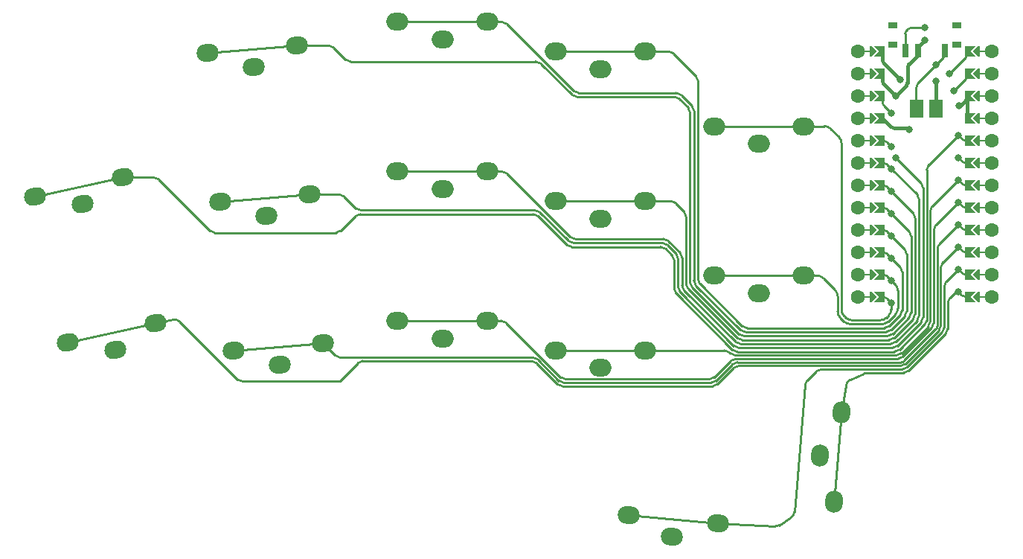
<source format=gbr>
G04 #@! TF.GenerationSoftware,KiCad,Pcbnew,6.0.0-d3dd2cf0fa~116~ubuntu20.04.1*
G04 #@! TF.CreationDate,2022-01-05T21:32:04-05:00*
G04 #@! TF.ProjectId,30,33302e6b-6963-4616-945f-706362585858,0.1*
G04 #@! TF.SameCoordinates,Original*
G04 #@! TF.FileFunction,Copper,L1,Top*
G04 #@! TF.FilePolarity,Positive*
%FSLAX46Y46*%
G04 Gerber Fmt 4.6, Leading zero omitted, Abs format (unit mm)*
G04 Created by KiCad (PCBNEW 6.0.0-d3dd2cf0fa~116~ubuntu20.04.1) date 2022-01-05 21:32:04*
%MOMM*%
%LPD*%
G01*
G04 APERTURE LIST*
G04 Aperture macros list*
%AMHorizOval*
0 Thick line with rounded ends*
0 $1 width*
0 $2 $3 position (X,Y) of the first rounded end (center of the circle)*
0 $4 $5 position (X,Y) of the second rounded end (center of the circle)*
0 Add line between two ends*
20,1,$1,$2,$3,$4,$5,0*
0 Add two circle primitives to create the rounded ends*
1,1,$1,$2,$3*
1,1,$1,$4,$5*%
%AMFreePoly0*
4,1,6,0.600000,0.200000,0.000000,-0.400000,-0.600000,0.200000,-0.600000,0.400000,0.600000,0.400000,0.600000,0.200000,0.600000,0.200000,$1*%
%AMFreePoly1*
4,1,5,0.125000,-0.500000,-0.125000,-0.500000,-0.125000,0.500000,0.125000,0.500000,0.125000,-0.500000,0.125000,-0.500000,$1*%
%AMFreePoly2*
4,1,6,0.600000,-0.250000,-0.600000,-0.250000,-0.600000,1.000000,0.000000,0.400000,0.600000,1.000000,0.600000,-0.250000,0.600000,-0.250000,$1*%
G04 Aperture macros list end*
G04 #@! TA.AperFunction,ComponentPad*
%ADD10HorizOval,2.000000X0.244074X0.054110X-0.244074X-0.054110X0*%
G04 #@! TD*
G04 #@! TA.AperFunction,ComponentPad*
%ADD11HorizOval,2.000000X0.249049X0.021789X-0.249049X-0.021789X0*%
G04 #@! TD*
G04 #@! TA.AperFunction,ComponentPad*
%ADD12O,2.500000X2.000000*%
G04 #@! TD*
G04 #@! TA.AperFunction,ComponentPad*
%ADD13HorizOval,2.000000X0.249049X-0.021789X-0.249049X0.021789X0*%
G04 #@! TD*
G04 #@! TA.AperFunction,ComponentPad*
%ADD14HorizOval,2.000000X-0.021789X-0.249049X0.021789X0.249049X0*%
G04 #@! TD*
G04 #@! TA.AperFunction,SMDPad,CuDef*
%ADD15R,1.500000X2.100000*%
G04 #@! TD*
G04 #@! TA.AperFunction,ComponentPad*
%ADD16C,1.600000*%
G04 #@! TD*
G04 #@! TA.AperFunction,SMDPad,CuDef*
%ADD17FreePoly0,90.000000*%
G04 #@! TD*
G04 #@! TA.AperFunction,SMDPad,CuDef*
%ADD18FreePoly0,270.000000*%
G04 #@! TD*
G04 #@! TA.AperFunction,SMDPad,CuDef*
%ADD19FreePoly1,270.000000*%
G04 #@! TD*
G04 #@! TA.AperFunction,SMDPad,CuDef*
%ADD20FreePoly1,90.000000*%
G04 #@! TD*
G04 #@! TA.AperFunction,SMDPad,CuDef*
%ADD21FreePoly2,270.000000*%
G04 #@! TD*
G04 #@! TA.AperFunction,SMDPad,CuDef*
%ADD22FreePoly2,90.000000*%
G04 #@! TD*
G04 #@! TA.AperFunction,SMDPad,CuDef*
%ADD23R,1.000000X0.800000*%
G04 #@! TD*
G04 #@! TA.AperFunction,SMDPad,CuDef*
%ADD24R,0.700000X1.500000*%
G04 #@! TD*
G04 #@! TA.AperFunction,ViaPad*
%ADD25C,0.800000*%
G04 #@! TD*
G04 #@! TA.AperFunction,Conductor*
%ADD26C,0.250000*%
G04 #@! TD*
G04 #@! TA.AperFunction,Conductor*
%ADD27C,0.400000*%
G04 #@! TD*
G04 APERTURE END LIST*
D10*
X32909586Y-80835124D03*
X42867805Y-78627440D03*
X38321575Y-81683874D03*
D11*
X52498174Y-64520239D03*
X62659360Y-63631250D03*
X57753079Y-66068134D03*
D12*
X74144393Y-60958851D03*
X84344393Y-60958851D03*
X79244393Y-62958851D03*
X102333086Y-64327567D03*
X92133086Y-64327567D03*
X97233086Y-66327567D03*
X120333089Y-72827570D03*
X110133089Y-72827570D03*
X115233089Y-74827570D03*
D10*
X36589062Y-97432150D03*
X46547281Y-95224466D03*
X42001051Y-98280900D03*
D11*
X64141002Y-80566566D03*
X53979816Y-81455555D03*
X59234721Y-83003450D03*
D12*
X74144389Y-77958851D03*
X84344389Y-77958851D03*
X79244389Y-79958851D03*
X102333093Y-81327564D03*
X92133093Y-81327564D03*
X97233093Y-83327564D03*
X110133093Y-89827569D03*
X120333093Y-89827569D03*
X115233093Y-91827569D03*
D11*
X55461464Y-98390863D03*
X65622650Y-97501874D03*
X60716369Y-99938758D03*
D12*
X74144382Y-94958862D03*
X84344382Y-94958862D03*
X79244382Y-96958862D03*
X92133093Y-98327566D03*
X102333093Y-98327566D03*
X97233093Y-100327566D03*
D13*
X110564550Y-117975832D03*
X100403364Y-117086843D03*
X105309645Y-119523727D03*
D14*
X122220681Y-110312378D03*
X124657565Y-105406097D03*
X123768576Y-115567283D03*
D15*
X135423000Y-70866000D03*
X133223000Y-70866000D03*
D16*
X126519009Y-64334446D03*
X141759009Y-74494446D03*
D17*
X128297009Y-71954446D03*
D18*
X139981009Y-82114446D03*
D16*
X141759009Y-69414446D03*
X126519009Y-71954446D03*
X126519009Y-77034446D03*
D17*
X128297009Y-87194446D03*
D19*
X140489009Y-71954446D03*
D17*
X128297009Y-92274446D03*
D16*
X141759009Y-79574446D03*
D17*
X128297009Y-84654446D03*
D16*
X141759009Y-92274446D03*
D19*
X140489009Y-77034446D03*
D18*
X139981009Y-87194446D03*
D17*
X128297009Y-77034446D03*
X128297009Y-79574446D03*
D16*
X126519009Y-66874446D03*
D19*
X140489009Y-69414446D03*
D16*
X141759009Y-84654446D03*
D19*
X140489009Y-87194446D03*
D17*
X128297009Y-64334446D03*
D16*
X141759009Y-77034446D03*
D19*
X140489009Y-82114446D03*
D20*
X127789009Y-89734446D03*
D16*
X141759009Y-64334446D03*
D17*
X128297009Y-66874446D03*
X128297009Y-89734446D03*
D18*
X139981009Y-89734446D03*
D20*
X127789009Y-69414446D03*
D16*
X141759009Y-82114446D03*
D19*
X140489009Y-89734446D03*
X140489009Y-79574446D03*
D16*
X141759009Y-71954446D03*
D19*
X140489009Y-84654446D03*
D16*
X126519009Y-69414446D03*
D20*
X127789009Y-74494446D03*
D17*
X128297009Y-74494446D03*
D18*
X139981009Y-79574446D03*
D16*
X126519009Y-89734446D03*
X126519009Y-79574446D03*
D17*
X128297009Y-69414446D03*
D19*
X140489009Y-92274446D03*
D20*
X127789009Y-66874446D03*
X127789009Y-87194446D03*
D16*
X126519009Y-87194446D03*
D18*
X139981009Y-74494446D03*
D20*
X127789009Y-84654446D03*
X127789009Y-77034446D03*
D19*
X140489009Y-74494446D03*
D16*
X141759009Y-66874446D03*
D20*
X127789009Y-64334446D03*
D18*
X139981009Y-69414446D03*
D20*
X127789009Y-79574446D03*
X127789009Y-71954446D03*
X127789009Y-82114446D03*
D16*
X126519009Y-74494446D03*
D18*
X139981009Y-71954446D03*
D16*
X126519009Y-84654446D03*
D18*
X139981009Y-66874446D03*
D19*
X140489009Y-66874446D03*
D16*
X126519009Y-92274446D03*
D18*
X139981009Y-64334446D03*
D16*
X126519009Y-82114446D03*
D19*
X140489009Y-64334446D03*
D18*
X139981009Y-84654446D03*
D16*
X141759009Y-89734446D03*
D18*
X139981009Y-92274446D03*
D17*
X128297009Y-82114446D03*
D18*
X139981009Y-77034446D03*
D20*
X127789009Y-92274446D03*
D16*
X141759009Y-87194446D03*
D21*
X138965009Y-64334446D03*
X138965009Y-66874446D03*
X138965009Y-69414446D03*
X138965009Y-71954446D03*
X138965009Y-74494446D03*
X138965009Y-77034446D03*
X138965009Y-79574446D03*
X138965009Y-82114446D03*
X138965009Y-84654446D03*
X138965009Y-87194446D03*
X138965009Y-89734446D03*
X138965009Y-92274446D03*
D22*
X129313009Y-92274446D03*
X129313009Y-89734446D03*
X129313009Y-87194446D03*
X129313009Y-84654446D03*
X129313009Y-82114446D03*
X129313009Y-79574446D03*
X129313009Y-77034446D03*
X129313009Y-74494446D03*
X129313009Y-71954446D03*
X129313009Y-69414446D03*
X129313009Y-66874446D03*
X129313009Y-64334446D03*
D23*
X130497486Y-63541256D03*
X137797486Y-61341256D03*
X137797486Y-63541256D03*
X130497486Y-61341256D03*
D24*
X136397486Y-64191256D03*
X133397486Y-64191256D03*
X131897486Y-64191256D03*
D25*
X134147489Y-61641258D03*
X137965009Y-73859446D03*
X130313007Y-82749441D03*
X130313009Y-85289444D03*
X130313007Y-87829443D03*
X130313005Y-92909447D03*
X137965007Y-86559444D03*
X137965009Y-76399444D03*
X130813009Y-76399446D03*
X130313006Y-77669446D03*
X130313007Y-80209443D03*
X130313008Y-90369445D03*
X137965005Y-84019446D03*
X137965011Y-81479447D03*
X137965007Y-78939446D03*
X137965007Y-89099443D03*
X137922000Y-91694000D03*
X130313008Y-71319445D03*
X137465008Y-68779446D03*
X136965009Y-66874444D03*
X130813008Y-69414444D03*
X138023600Y-70459600D03*
X134147491Y-63041258D03*
X132313009Y-73224443D03*
X133153388Y-70866000D03*
X135419174Y-65864289D03*
X135423001Y-70866001D03*
X135382000Y-67691000D03*
X131313008Y-67509445D03*
X130313007Y-75129443D03*
D26*
X125185656Y-102328647D02*
X124657565Y-105406097D01*
X120498487Y-102272702D02*
X119285317Y-116709426D01*
X131564493Y-100488160D02*
X122347211Y-100488160D01*
X136116765Y-96267259D02*
X132130178Y-100253846D01*
X136351081Y-91044740D02*
X136351080Y-95701573D01*
X117079459Y-118347643D02*
G75*
G03*
X117571854Y-118214763I48633J798525D01*
G01*
X118931887Y-117308074D02*
G75*
G03*
X119285316Y-116709426I-443758J665638D01*
G01*
X120498487Y-102272702D02*
G75*
G02*
X120729992Y-101774008I797195J-66994D01*
G01*
X121781525Y-100722475D02*
X120729992Y-101774008D01*
X121781525Y-100722475D02*
G75*
G02*
X122347211Y-100488160I565689J-565692D01*
G01*
X131564493Y-100488160D02*
G75*
G03*
X132130178Y-100253846I0J800000D01*
G01*
X137965007Y-89099443D02*
X136585395Y-90479055D01*
X118931887Y-117308075D02*
X117571854Y-118214764D01*
X136116765Y-96267259D02*
G75*
G03*
X136351080Y-95701573I-565680J565684D01*
G01*
X136351081Y-91044740D02*
G75*
G02*
X136585395Y-90479055I800000J0D01*
G01*
X117079459Y-118347644D02*
X110564550Y-117975832D01*
X110564550Y-117975832D02*
X100403364Y-117086843D01*
X123768576Y-115567283D02*
X124657565Y-105406097D01*
X137922000Y-91694000D02*
X137668000Y-91694000D01*
X137668000Y-91694000D02*
X136984915Y-92377085D01*
X136750601Y-92942770D02*
X136750601Y-95867058D01*
X136750601Y-95867058D02*
G75*
G02*
X136516286Y-96432744I-799995J-2D01*
G01*
X136750601Y-92942770D02*
G75*
G02*
X136984915Y-92377085I800000J0D01*
G01*
X131729979Y-100887680D02*
G75*
G03*
X132295664Y-100653366I0J800000D01*
G01*
X127225044Y-100957482D02*
G75*
G02*
X127551864Y-100887680I326820J-730202D01*
G01*
X131729979Y-100887680D02*
X127551864Y-100887680D01*
X125185657Y-102328647D02*
G75*
G02*
X125656501Y-101659528I797663J-61077D01*
G01*
X136516286Y-96432744D02*
X132295664Y-100653366D01*
X127225044Y-100957482D02*
X125656501Y-101659527D01*
X131897489Y-62318221D02*
X131897489Y-64191257D01*
X132220901Y-61787703D02*
X132043936Y-61964667D01*
X134147489Y-61641258D02*
X132574454Y-61641257D01*
X132043936Y-61964667D02*
G75*
G03*
X131897489Y-62318221I353550J-353553D01*
G01*
X132220901Y-61787703D02*
G75*
G02*
X132574454Y-61641257I353553J-353556D01*
G01*
X134151765Y-95317575D02*
X131213094Y-98256246D01*
X46342869Y-78627440D02*
X42867805Y-78627440D01*
X67131029Y-84937600D02*
X53315771Y-84937600D01*
X69330906Y-83069094D02*
X67696714Y-84703286D01*
X105374165Y-87518683D02*
X104637636Y-86782154D01*
X93373290Y-86313525D02*
X90128858Y-83069093D01*
X42867805Y-78627440D02*
X32909586Y-80835124D01*
X130647409Y-98490560D02*
X112787629Y-98490560D01*
X52750085Y-84703285D02*
X46908554Y-78861754D01*
X138453559Y-74347997D02*
X137965009Y-73859446D01*
X89563173Y-82834779D02*
X69896592Y-82834779D01*
X104071951Y-86547840D02*
X93938976Y-86547840D01*
X138965009Y-74494444D02*
X138807113Y-74494444D01*
X137965009Y-73859446D02*
X134587798Y-77236657D01*
X112221943Y-98256245D02*
X105842794Y-91877096D01*
X105608480Y-91311411D02*
X105608480Y-88084369D01*
X134353484Y-77802342D02*
X134353484Y-94984679D01*
X134151764Y-95317574D02*
G75*
G03*
X134353483Y-94984679I-592386J586521D01*
G01*
X105608480Y-91311411D02*
G75*
G03*
X105842794Y-91877096I800000J0D01*
G01*
X89563173Y-82834779D02*
G75*
G02*
X90128858Y-83069093I0J-800000D01*
G01*
X46342869Y-78627440D02*
G75*
G02*
X46908554Y-78861754I0J-800000D01*
G01*
X93373290Y-86313525D02*
G75*
G03*
X93938976Y-86547840I565684J565680D01*
G01*
X67131029Y-84937600D02*
G75*
G03*
X67696714Y-84703286I0J800000D01*
G01*
X130647409Y-98490560D02*
G75*
G03*
X131213094Y-98256246I0J800000D01*
G01*
X104071951Y-86547840D02*
G75*
G02*
X104637636Y-86782154I0J-800000D01*
G01*
X138453559Y-74347997D02*
G75*
G03*
X138807113Y-74494444I353553J353550D01*
G01*
X105374165Y-87518683D02*
G75*
G02*
X105608480Y-88084369I-565692J-565689D01*
G01*
X69330906Y-83069094D02*
G75*
G02*
X69896592Y-82834779I565689J-565692D01*
G01*
X134353484Y-77802342D02*
G75*
G02*
X134587798Y-77236657I800000J0D01*
G01*
X52750085Y-84703285D02*
G75*
G03*
X53315771Y-84937600I565684J565680D01*
G01*
X112221943Y-98256245D02*
G75*
G03*
X112787629Y-98490560I565684J565680D01*
G01*
X129313008Y-82114446D02*
X129470904Y-82114446D01*
X129824459Y-82260893D02*
X130313007Y-82749441D01*
X132353685Y-94572785D02*
X130468304Y-96458166D01*
X68193285Y-65246885D02*
X66811964Y-63865564D01*
X107172245Y-70673163D02*
X106220116Y-69721034D01*
X107406560Y-90566623D02*
X107406560Y-71238849D01*
X129902619Y-96692480D02*
X113532417Y-96692480D01*
X66246279Y-63631250D02*
X62659360Y-63631250D01*
X89863311Y-65481200D02*
X68758971Y-65481200D01*
X112966731Y-96458165D02*
X107640874Y-91132308D01*
X132588000Y-85355805D02*
X132588000Y-94007099D01*
X93965887Y-69252405D02*
X90428996Y-65715514D01*
X62659360Y-63631250D02*
X52498174Y-64520239D01*
X105654431Y-69486720D02*
X94531573Y-69486720D01*
X130313007Y-82749441D02*
X132353686Y-84790120D01*
X68193285Y-65246885D02*
G75*
G03*
X68758971Y-65481200I565689J565692D01*
G01*
X105654431Y-69486720D02*
G75*
G02*
X106220116Y-69721034I0J-800000D01*
G01*
X132588000Y-94007099D02*
G75*
G02*
X132353685Y-94572785I-799995J-2D01*
G01*
X93965887Y-69252405D02*
G75*
G03*
X94531573Y-69486720I565689J565692D01*
G01*
X90428996Y-65715514D02*
G75*
G03*
X89863311Y-65481200I-565685J-565686D01*
G01*
X66811964Y-63865564D02*
G75*
G03*
X66246279Y-63631250I-565685J-565686D01*
G01*
X132588000Y-85355805D02*
G75*
G03*
X132353686Y-84790120I-800000J0D01*
G01*
X129824459Y-82260893D02*
G75*
G03*
X129470904Y-82114446I-353553J-353550D01*
G01*
X129902619Y-96692480D02*
G75*
G03*
X130468304Y-96458166I0J800000D01*
G01*
X107640874Y-91132308D02*
G75*
G02*
X107406560Y-90566623I565686J565685D01*
G01*
X112966731Y-96458165D02*
G75*
G03*
X113532417Y-96692480I565689J565692D01*
G01*
X107172245Y-70673163D02*
G75*
G02*
X107406560Y-71238849I-565692J-565689D01*
G01*
X107856080Y-90380426D02*
X107856080Y-71052651D01*
X94152085Y-68802885D02*
X86542365Y-61193165D01*
X131845685Y-94445067D02*
X130282106Y-96008646D01*
X129716421Y-96242960D02*
X113718614Y-96242960D01*
X107621765Y-70486965D02*
X106406314Y-69271514D01*
X130313009Y-85289444D02*
X131845686Y-86822121D01*
X129824454Y-84800891D02*
X130313009Y-85289444D01*
X85976680Y-60958851D02*
X84344393Y-60958851D01*
X105840629Y-69037200D02*
X94717771Y-69037200D01*
X84344393Y-60958851D02*
X74144393Y-60958851D01*
X132080000Y-87387806D02*
X132080000Y-93879381D01*
X113152928Y-96008645D02*
X108090394Y-90946111D01*
X129313008Y-84654447D02*
X129470896Y-84654445D01*
X113718614Y-96242960D02*
G75*
G02*
X113152928Y-96008645I-2J799995D01*
G01*
X129824454Y-84800891D02*
G75*
G03*
X129470896Y-84654445I-353553J-353554D01*
G01*
X131845686Y-86822121D02*
G75*
G02*
X132080000Y-87387806I-565686J-565685D01*
G01*
X132080000Y-93879381D02*
G75*
G02*
X131845685Y-94445067I-799995J-2D01*
G01*
X106406314Y-69271514D02*
G75*
G03*
X105840629Y-69037200I-565685J-565686D01*
G01*
X86542365Y-61193165D02*
G75*
G03*
X85976680Y-60958851I-565685J-565686D01*
G01*
X129716421Y-96242960D02*
G75*
G03*
X130282106Y-96008646I0J800000D01*
G01*
X94152085Y-68802885D02*
G75*
G03*
X94717771Y-69037200I565689J565692D01*
G01*
X107856080Y-71052651D02*
G75*
G03*
X107621765Y-70486965I-799995J2D01*
G01*
X107856080Y-90380426D02*
G75*
G03*
X108090394Y-90946111I800000J0D01*
G01*
X113339125Y-95559125D02*
X108539914Y-90759914D01*
X108305600Y-90194229D02*
X108305600Y-67641371D01*
X104991796Y-64327567D02*
X102333086Y-64327567D01*
X131572000Y-89419807D02*
X131572000Y-93751664D01*
X130313007Y-87829443D02*
X131337686Y-88854122D01*
X129313007Y-87194443D02*
X129470902Y-87194443D01*
X129824454Y-87340890D02*
X130313007Y-87829443D01*
X131337685Y-94317350D02*
X130095909Y-95559126D01*
X92133086Y-64327566D02*
X102333090Y-64327569D01*
X108071285Y-67075685D02*
X105557481Y-64561881D01*
X129530224Y-95793440D02*
X113904811Y-95793440D01*
X108071285Y-67075685D02*
G75*
G02*
X108305600Y-67641371I-565692J-565689D01*
G01*
X105557481Y-64561881D02*
G75*
G03*
X104991796Y-64327567I-565685J-565686D01*
G01*
X113339125Y-95559125D02*
G75*
G03*
X113904811Y-95793440I565689J565692D01*
G01*
X131337685Y-94317350D02*
G75*
G03*
X131572000Y-93751664I-565692J565689D01*
G01*
X130095909Y-95559126D02*
G75*
G02*
X129530224Y-95793440I-565685J565686D01*
G01*
X108305600Y-90194229D02*
G75*
G03*
X108539914Y-90759914I800000J0D01*
G01*
X129824454Y-87340890D02*
G75*
G03*
X129470902Y-87194443I-353551J-353545D01*
G01*
X131337686Y-88854122D02*
G75*
G02*
X131572000Y-89419807I-565686J-565685D01*
G01*
X129824454Y-92420891D02*
X130313005Y-92909447D01*
X130313005Y-92909447D02*
X130313005Y-93656381D01*
X122705356Y-72827570D02*
X120333089Y-72827570D01*
X129313004Y-92274443D02*
X129470899Y-92274443D01*
X124663200Y-93718186D02*
X124663200Y-74785414D01*
X120333090Y-72827570D02*
X120333092Y-72827572D01*
X129074986Y-94894400D02*
X125839414Y-94894400D01*
X130020112Y-94363488D02*
X129782093Y-94601507D01*
X110133089Y-72827570D02*
X120333092Y-72827572D01*
X125132307Y-94601507D02*
X124956093Y-94425293D01*
X120333089Y-72827570D02*
X120333090Y-72827570D01*
X124370307Y-74078307D02*
X123412463Y-73120463D01*
X130313004Y-93656381D02*
G75*
G02*
X130020111Y-94363487I-999993J-3D01*
G01*
X124663201Y-93718186D02*
G75*
G03*
X124956094Y-94425292I999993J-3D01*
G01*
X129074986Y-94894399D02*
G75*
G03*
X129782092Y-94601506I3J999993D01*
G01*
X122705356Y-72827571D02*
G75*
G02*
X123412462Y-73120464I3J-999993D01*
G01*
X125839414Y-94894399D02*
G75*
G02*
X125132308Y-94601506I-3J999993D01*
G01*
X124663199Y-74785414D02*
G75*
G03*
X124370306Y-74078308I-999993J3D01*
G01*
X129470899Y-92274443D02*
G75*
G02*
X129824454Y-92420891I3J-499992D01*
G01*
X137965007Y-86559444D02*
X136185875Y-88338576D01*
X131399007Y-100088640D02*
X112954743Y-100088640D01*
X92348403Y-102184409D02*
X89932080Y-99768086D01*
X46547281Y-95224466D02*
X36589062Y-97432150D01*
X135951561Y-88904261D02*
X135951561Y-95536086D01*
X67564000Y-101854000D02*
X56465371Y-101854000D01*
X69615685Y-99768086D02*
X67564000Y-101819771D01*
X112389057Y-100322955D02*
X110527602Y-102184410D01*
X138453561Y-87048000D02*
X137965007Y-86559444D01*
X55899685Y-101619685D02*
X49322982Y-95042982D01*
X48604213Y-94823451D02*
X46547281Y-95224466D01*
X109961917Y-102418724D02*
X92914089Y-102418724D01*
X67564000Y-101819771D02*
X67564000Y-101854000D01*
X138965008Y-87194447D02*
X138807114Y-87194447D01*
X135717246Y-96101772D02*
X131964692Y-99854326D01*
X89366395Y-99533772D02*
X70181371Y-99533771D01*
X135951561Y-88904261D02*
G75*
G02*
X136185875Y-88338576I800000J0D01*
G01*
X69615685Y-99768086D02*
G75*
G02*
X70181371Y-99533771I565689J-565692D01*
G01*
X131399007Y-100088640D02*
G75*
G03*
X131964692Y-99854326I0J800000D01*
G01*
X49322982Y-95042982D02*
G75*
G03*
X48604213Y-94823451I-565686J-565688D01*
G01*
X92348403Y-102184409D02*
G75*
G03*
X92914089Y-102418724I565689J565692D01*
G01*
X110527602Y-102184410D02*
G75*
G02*
X109961917Y-102418724I-565685J565686D01*
G01*
X55899685Y-101619685D02*
G75*
G03*
X56465371Y-101854000I565689J565692D01*
G01*
X138453561Y-87048000D02*
G75*
G03*
X138807114Y-87194447I353555J353557D01*
G01*
X135717246Y-96101772D02*
G75*
G03*
X135951561Y-95536086I-565680J565684D01*
G01*
X89366395Y-99533772D02*
G75*
G02*
X89932080Y-99768086I0J-800000D01*
G01*
X112389057Y-100322955D02*
G75*
G02*
X112954743Y-100088640I565689J-565692D01*
G01*
X89749370Y-82385259D02*
X69915030Y-82385259D01*
X138453558Y-76887996D02*
X137965009Y-76399444D01*
X104258148Y-86098320D02*
X94125174Y-86098320D01*
X69349344Y-82150944D02*
X67999280Y-80800880D01*
X133936560Y-79854368D02*
X133936560Y-94565691D01*
X67433595Y-80566566D02*
X64141002Y-80566566D01*
X105823685Y-87332486D02*
X104823833Y-86332634D01*
X93559489Y-85864006D02*
X90315055Y-82619573D01*
X138965008Y-77034444D02*
X138807114Y-77034444D01*
X130461211Y-98041040D02*
X112973824Y-98041040D01*
X133702245Y-95131377D02*
X131026896Y-97806726D01*
X112408138Y-97806725D02*
X106292314Y-91690899D01*
X130813009Y-76399446D02*
X133702246Y-79288683D01*
X106058000Y-91125214D02*
X106058000Y-87898172D01*
X64141002Y-80566566D02*
X53979816Y-81455555D01*
X67433595Y-80566566D02*
G75*
G02*
X67999280Y-80800880I0J-800000D01*
G01*
X69915030Y-82385259D02*
G75*
G02*
X69349344Y-82150944I-2J799995D01*
G01*
X133936560Y-94565691D02*
G75*
G02*
X133702245Y-95131377I-799995J-2D01*
G01*
X133702246Y-79288683D02*
G75*
G02*
X133936560Y-79854368I-565686J-565685D01*
G01*
X130461211Y-98041040D02*
G75*
G03*
X131026896Y-97806726I0J800000D01*
G01*
X90315055Y-82619573D02*
G75*
G03*
X89749370Y-82385259I-565685J-565686D01*
G01*
X138453558Y-76887996D02*
G75*
G03*
X138807114Y-77034444I353554J353549D01*
G01*
X106292314Y-91690899D02*
G75*
G02*
X106058000Y-91125214I565686J565685D01*
G01*
X106058000Y-87898172D02*
G75*
G03*
X105823685Y-87332486I-799995J2D01*
G01*
X93559489Y-85864006D02*
G75*
G03*
X94125174Y-86098320I565685J565686D01*
G01*
X104258148Y-86098320D02*
G75*
G02*
X104823833Y-86332634I0J-800000D01*
G01*
X112973824Y-98041040D02*
G75*
G02*
X112408138Y-97806725I-2J799995D01*
G01*
X93745685Y-85414485D02*
X86524365Y-78193165D01*
X129313008Y-77034445D02*
X129470900Y-77034445D01*
X129824456Y-77180893D02*
X130313006Y-77669446D01*
X130313006Y-77669446D02*
X133252726Y-80609166D01*
X106273205Y-87212701D02*
X104943618Y-85883114D01*
X133487040Y-81174851D02*
X133487040Y-94379494D01*
X104377933Y-85648800D02*
X94311371Y-85648800D01*
X112594336Y-97357205D02*
X106741834Y-91504702D01*
X130275014Y-97591520D02*
X113160022Y-97591520D01*
X84344389Y-77958851D02*
X74144389Y-77958851D01*
X133252725Y-94945180D02*
X130840699Y-97357206D01*
X106507520Y-90939017D02*
X106507520Y-87778387D01*
X85958680Y-77958851D02*
X84344389Y-77958851D01*
X106507520Y-90939017D02*
G75*
G03*
X106741834Y-91504702I800000J0D01*
G01*
X133487040Y-94379494D02*
G75*
G02*
X133252725Y-94945180I-799995J-2D01*
G01*
X86524365Y-78193165D02*
G75*
G03*
X85958680Y-77958851I-565685J-565686D01*
G01*
X133252726Y-80609166D02*
G75*
G02*
X133487040Y-81174851I-565686J-565685D01*
G01*
X129824456Y-77180893D02*
G75*
G03*
X129470900Y-77034445I-353554J-353549D01*
G01*
X93745685Y-85414485D02*
G75*
G03*
X94311371Y-85648800I565689J565692D01*
G01*
X104377933Y-85648800D02*
G75*
G02*
X104943618Y-85883114I0J-800000D01*
G01*
X112594336Y-97357205D02*
G75*
G03*
X113160022Y-97591520I565689J565692D01*
G01*
X130275014Y-97591520D02*
G75*
G03*
X130840699Y-97357206I0J800000D01*
G01*
X106507520Y-87778387D02*
G75*
G03*
X106273205Y-87212701I-799995J2D01*
G01*
X129824454Y-79720891D02*
X130313007Y-80209443D01*
X105200033Y-81327564D02*
X102333093Y-81327564D01*
X106722725Y-82518885D02*
X105765718Y-81561878D01*
X112780534Y-96907685D02*
X107191354Y-91318505D01*
X133037520Y-94089280D02*
X133037520Y-94193297D01*
X133037520Y-85210632D02*
X133037520Y-94089280D01*
X130088817Y-97142000D02*
X113346220Y-97142000D01*
X106957040Y-90752820D02*
X106957040Y-83084571D01*
X130313007Y-80209443D02*
X132803206Y-82699642D01*
X132803205Y-94758983D02*
X130654502Y-96907686D01*
X133037520Y-83265327D02*
X133037520Y-85210632D01*
X129313006Y-79574444D02*
X129470902Y-79574444D01*
X92133084Y-81327568D02*
X102333101Y-81327570D01*
X113346220Y-97142000D02*
G75*
G02*
X112780534Y-96907685I-2J799995D01*
G01*
X130654502Y-96907686D02*
G75*
G02*
X130088817Y-97142000I-565685J565686D01*
G01*
X129824454Y-79720891D02*
G75*
G03*
X129470902Y-79574444I-353551J-353545D01*
G01*
X106722725Y-82518885D02*
G75*
G02*
X106957040Y-83084571I-565692J-565689D01*
G01*
X132803205Y-94758983D02*
G75*
G03*
X133037520Y-94193297I-565692J565689D01*
G01*
X105765718Y-81561878D02*
G75*
G03*
X105200033Y-81327564I-565685J-565686D01*
G01*
X132803206Y-82699642D02*
G75*
G02*
X133037520Y-83265327I-565686J-565685D01*
G01*
X106957040Y-90752820D02*
G75*
G03*
X107191354Y-91318505I800000J0D01*
G01*
X123920787Y-91451907D02*
X122589342Y-90120462D01*
X130313008Y-90369445D02*
X130771107Y-90827544D01*
X110133096Y-89827567D02*
X120333090Y-89827568D01*
X131064000Y-91534651D02*
X131064000Y-93541104D01*
X130771107Y-94248211D02*
X129968290Y-95051027D01*
X129261184Y-95343920D02*
X125653217Y-95343920D01*
X124946110Y-95051027D02*
X124506573Y-94611490D01*
X124213680Y-93904383D02*
X124213680Y-92159014D01*
X129313009Y-89734443D02*
X129470902Y-89734443D01*
X121882235Y-89827569D02*
X120333093Y-89827569D01*
X129824455Y-89880890D02*
X130313008Y-90369445D01*
X121882235Y-89827570D02*
G75*
G02*
X122589341Y-90120463I3J-999993D01*
G01*
X129824455Y-89880890D02*
G75*
G03*
X129470902Y-89734443I-353555J-353557D01*
G01*
X129968290Y-95051027D02*
G75*
G02*
X129261184Y-95343920I-707104J707101D01*
G01*
X123920787Y-91451907D02*
G75*
G02*
X124213680Y-92159014I-707106J-707106D01*
G01*
X124946110Y-95051027D02*
G75*
G03*
X125653217Y-95343920I707106J707106D01*
G01*
X124506573Y-94611490D02*
G75*
G02*
X124213680Y-93904383I707106J707106D01*
G01*
X131063999Y-91534651D02*
G75*
G03*
X130771106Y-90827545I-999993J3D01*
G01*
X130771107Y-94248211D02*
G75*
G03*
X131064000Y-93541104I-707106J707106D01*
G01*
X135552044Y-86763778D02*
X135552043Y-95370600D01*
X131466398Y-99656814D02*
X131312154Y-99687495D01*
X135372181Y-95879533D02*
X135317728Y-95936284D01*
X109796430Y-102019205D02*
X93079576Y-102019205D01*
X112223571Y-99923435D02*
X110362115Y-101784891D01*
X89531881Y-99134252D02*
X67586399Y-99134252D01*
X137965005Y-84019446D02*
X135786358Y-86198093D01*
X92513890Y-101784890D02*
X90097566Y-99368566D01*
X138453561Y-84508000D02*
X137965005Y-84019446D01*
X131233521Y-99689120D02*
X112789257Y-99689120D01*
X135552043Y-95370600D02*
X135550418Y-95449233D01*
X135553669Y-86685145D02*
X135552044Y-86763778D01*
X67020713Y-98899937D02*
X65622650Y-97501874D01*
X131312154Y-99687495D02*
X131233521Y-99689120D01*
X131742455Y-99509259D02*
X131611693Y-99596631D01*
X135786358Y-86198093D02*
X135731905Y-86254844D01*
X131611693Y-99596631D02*
X131466398Y-99656814D01*
X135731905Y-86254844D02*
X135644533Y-86385606D01*
X135317728Y-95936284D02*
X131799206Y-99454806D01*
X135519736Y-95603477D02*
X135459553Y-95748771D01*
X65622650Y-97501874D02*
X55461464Y-98390863D01*
X135459553Y-95748771D02*
X135372181Y-95879533D01*
X131799206Y-99454806D02*
X131742455Y-99509259D01*
X135584350Y-86530901D02*
X135553669Y-86685145D01*
X135644533Y-86385606D02*
X135584350Y-86530901D01*
X138965007Y-84654447D02*
X138807110Y-84654446D01*
X135550418Y-95449233D02*
X135519736Y-95603477D01*
X112789257Y-99689120D02*
G75*
G03*
X112223571Y-99923435I-2J-799995D01*
G01*
X110362115Y-101784891D02*
G75*
G02*
X109796430Y-102019205I-565685J565686D01*
G01*
X67586399Y-99134252D02*
G75*
G02*
X67020713Y-98899937I-2J799995D01*
G01*
X90097566Y-99368566D02*
G75*
G03*
X89531881Y-99134252I-565685J-565686D01*
G01*
X93079576Y-102019205D02*
G75*
G02*
X92513890Y-101784890I-2J799995D01*
G01*
X138453561Y-84508000D02*
G75*
G03*
X138807110Y-84654446I353554J353558D01*
G01*
X131068036Y-99289599D02*
X112623772Y-99289599D01*
X134918208Y-95770798D02*
X131633721Y-99055285D01*
X112058086Y-99523914D02*
X110214228Y-101367772D01*
X92661777Y-101367771D02*
X86487182Y-95193176D01*
X138965008Y-82114444D02*
X138807116Y-82114444D01*
X138453563Y-81967998D02*
X137965011Y-81479447D01*
X137965011Y-81479447D02*
X135386838Y-84057620D01*
X85921497Y-94958862D02*
X84344382Y-94958862D01*
X109648543Y-101602086D02*
X93227463Y-101602086D01*
X84344382Y-94958862D02*
X74144382Y-94958862D01*
X135152524Y-84623305D02*
X135152524Y-94336476D01*
X135152524Y-94336476D02*
X135152523Y-95205113D01*
X135152524Y-84623305D02*
G75*
G02*
X135386838Y-84057620I800000J0D01*
G01*
X92661777Y-101367771D02*
G75*
G03*
X93227463Y-101602086I565689J565692D01*
G01*
X112623772Y-99289599D02*
G75*
G03*
X112058086Y-99523914I-2J-799995D01*
G01*
X134918208Y-95770798D02*
G75*
G03*
X135152523Y-95205113I-565687J565687D01*
G01*
X138453563Y-81967998D02*
G75*
G03*
X138807116Y-82114444I353553J353556D01*
G01*
X131068036Y-99289599D02*
G75*
G03*
X131633721Y-99055285I0J800000D01*
G01*
X85921497Y-94958862D02*
G75*
G02*
X86487182Y-95193176I0J-800000D01*
G01*
X109648543Y-101602086D02*
G75*
G03*
X110214228Y-101367772I0J800000D01*
G01*
X111990765Y-98655765D02*
X111896880Y-98561880D01*
X138453560Y-79427998D02*
X137965007Y-78939446D01*
X92133086Y-98327574D02*
X102333085Y-98327565D01*
X134753004Y-82482820D02*
X134753004Y-95039625D01*
X137965007Y-78939446D02*
X134987318Y-81917135D01*
X134518689Y-95605311D02*
X131468234Y-98655766D01*
X111331195Y-98327566D02*
X102333093Y-98327566D01*
X138965007Y-79574444D02*
X138807114Y-79574444D01*
X130902549Y-98890080D02*
X112556451Y-98890080D01*
X111331195Y-98327566D02*
G75*
G02*
X111896880Y-98561880I0J-800000D01*
G01*
X134753004Y-82482820D02*
G75*
G02*
X134987318Y-81917135I800000J0D01*
G01*
X138807114Y-79574443D02*
G75*
G02*
X138453560Y-79427998I-1J500001D01*
G01*
X130902549Y-98890080D02*
G75*
G03*
X131468234Y-98655766I0J800000D01*
G01*
X112556451Y-98890080D02*
G75*
G02*
X111990765Y-98655765I-2J799995D01*
G01*
X134518689Y-95605311D02*
G75*
G03*
X134753004Y-95039625I-565692J565689D01*
G01*
X138965009Y-89734442D02*
X138807116Y-89734443D01*
X138453559Y-89587996D02*
X137965007Y-89099443D01*
X138453559Y-89587996D02*
G75*
G03*
X138807116Y-89734443I353554J353555D01*
G01*
X138833817Y-92274446D02*
X138965006Y-92274446D01*
X137922000Y-91694000D02*
X138268132Y-92040132D01*
X138268132Y-92040132D02*
G75*
G03*
X138833817Y-92274446I565685J565686D01*
G01*
X129459455Y-70465891D02*
X130313008Y-71319445D01*
X129313008Y-69414445D02*
X129313009Y-70112339D01*
X129313009Y-70112339D02*
G75*
G03*
X129459455Y-70465891I499997J0D01*
G01*
X138965008Y-67072337D02*
X138965008Y-66874448D01*
X137465008Y-68779446D02*
X138818562Y-67425890D01*
X138818562Y-67425890D02*
G75*
G03*
X138965008Y-67072337I-353556J353553D01*
G01*
X138965009Y-64667337D02*
X138965010Y-64334446D01*
X136965009Y-66874444D02*
X138818563Y-65020889D01*
X138818563Y-65020889D02*
G75*
G03*
X138965009Y-64667337I-353551J353552D01*
G01*
D27*
X133543937Y-63644811D02*
X134147491Y-63041258D01*
X129459456Y-68060894D02*
X130813008Y-69414444D01*
X129313008Y-66874446D02*
X129313009Y-67707340D01*
X132037727Y-68189723D02*
X130813008Y-69414444D01*
X133397491Y-64191258D02*
X133397490Y-63998368D01*
X138965008Y-69477338D02*
X138965008Y-69414446D01*
X133251039Y-64842422D02*
X132330619Y-65762842D01*
X138965008Y-69414446D02*
X138965007Y-71954443D01*
X138023600Y-70459600D02*
X138188417Y-70459600D01*
X132184173Y-66116395D02*
X132184173Y-67836170D01*
X138188417Y-70459600D02*
X138864295Y-69783722D01*
X133397486Y-64191255D02*
X133397486Y-64488868D01*
X132184172Y-67836170D02*
G75*
G02*
X132037727Y-68189723I-500001J0D01*
G01*
X133397486Y-64488868D02*
G75*
G02*
X133251039Y-64842422I-499997J-1D01*
G01*
X132184174Y-66116395D02*
G75*
G02*
X132330619Y-65762842I500001J0D01*
G01*
X133543937Y-63644811D02*
G75*
G03*
X133397490Y-63998368I353555J-353554D01*
G01*
X138965007Y-69477338D02*
G75*
G02*
X138864294Y-69783722I-532926J5436D01*
G01*
X129459456Y-68060894D02*
G75*
G02*
X129313009Y-67707340I353550J353553D01*
G01*
X130621387Y-73055717D02*
X131937176Y-73055717D01*
X132290730Y-73202164D02*
X132313009Y-73224443D01*
X130267833Y-72909270D02*
X129313009Y-71954446D01*
X130621387Y-73055717D02*
G75*
G02*
X130267833Y-72909270I-1J499997D01*
G01*
X132290730Y-73202164D02*
G75*
G03*
X131937176Y-73055717I-353553J-353550D01*
G01*
D26*
X136397486Y-64191255D02*
X136397486Y-64678869D01*
X136251040Y-65032422D02*
X135419174Y-65864289D01*
X133153388Y-68461446D02*
X133153388Y-70866000D01*
X135419174Y-65864289D02*
X133387702Y-67895761D01*
X133387702Y-67895761D02*
G75*
G03*
X133153388Y-68461446I565686J-565685D01*
G01*
X136251040Y-65032422D02*
G75*
G03*
X136397486Y-64678869I-353556J353553D01*
G01*
D27*
X129313007Y-65302340D02*
X129313008Y-64334444D01*
X131313008Y-67509445D02*
X129459454Y-65655894D01*
X135382000Y-70825000D02*
X135423000Y-70866000D01*
X135382000Y-67691000D02*
X135382000Y-70825000D01*
X129459454Y-65655894D02*
G75*
G02*
X129313007Y-65302340I353550J353553D01*
G01*
D26*
X129824448Y-74640890D02*
X130313007Y-75129443D01*
X129313008Y-74494443D02*
X129470902Y-74494445D01*
X129470902Y-74494446D02*
G75*
G02*
X129824447Y-74640891I-5J-499998D01*
G01*
M02*

</source>
